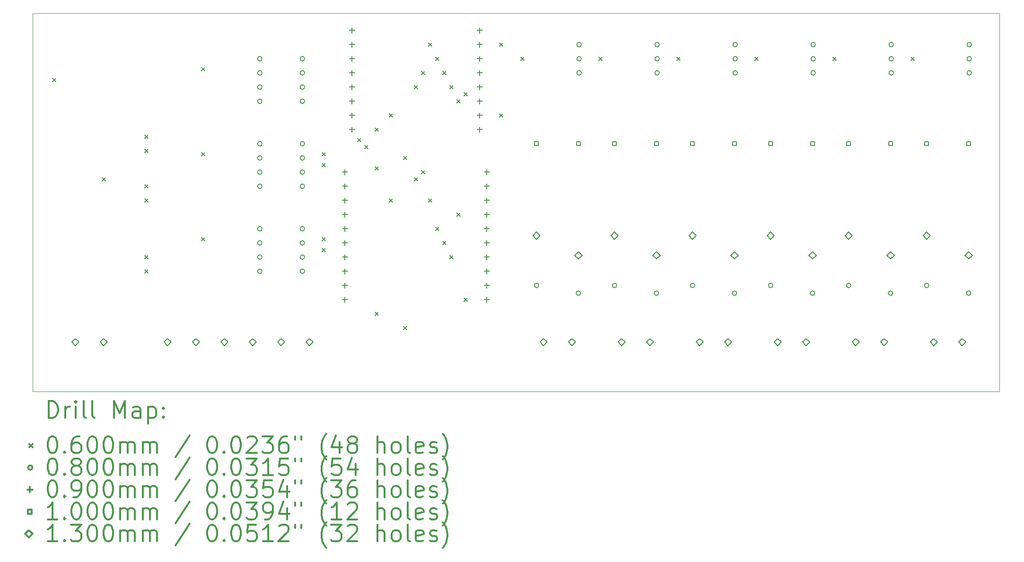
<source format=gbr>
%FSLAX45Y45*%
G04 Gerber Fmt 4.5, Leading zero omitted, Abs format (unit mm)*
G04 Created by KiCad (PCBNEW (5.1.10)-1) date 2021-10-04 14:19:28*
%MOMM*%
%LPD*%
G01*
G04 APERTURE LIST*
%TA.AperFunction,Profile*%
%ADD10C,0.100000*%
%TD*%
%ADD11C,0.200000*%
%ADD12C,0.300000*%
G04 APERTURE END LIST*
D10*
X23777000Y-13208000D02*
X23777000Y-6428000D01*
X23777000Y-6428000D02*
X6477000Y-6428000D01*
X6477000Y-13208000D02*
X23777000Y-13208000D01*
X6477000Y-6428000D02*
X6477000Y-13208000D01*
D11*
X6828000Y-7590000D02*
X6888000Y-7650000D01*
X6888000Y-7590000D02*
X6828000Y-7650000D01*
X7717000Y-9368000D02*
X7777000Y-9428000D01*
X7777000Y-9368000D02*
X7717000Y-9428000D01*
X8479000Y-8606000D02*
X8539000Y-8666000D01*
X8539000Y-8606000D02*
X8479000Y-8666000D01*
X8479000Y-8860000D02*
X8539000Y-8920000D01*
X8539000Y-8860000D02*
X8479000Y-8920000D01*
X8479000Y-9495000D02*
X8539000Y-9555000D01*
X8539000Y-9495000D02*
X8479000Y-9555000D01*
X8479000Y-9749000D02*
X8539000Y-9809000D01*
X8539000Y-9749000D02*
X8479000Y-9809000D01*
X8479000Y-10765000D02*
X8539000Y-10825000D01*
X8539000Y-10765000D02*
X8479000Y-10825000D01*
X8479000Y-11019000D02*
X8539000Y-11079000D01*
X8539000Y-11019000D02*
X8479000Y-11079000D01*
X9495000Y-7399500D02*
X9555000Y-7459500D01*
X9555000Y-7399500D02*
X9495000Y-7459500D01*
X9495000Y-8923500D02*
X9555000Y-8983500D01*
X9555000Y-8923500D02*
X9495000Y-8983500D01*
X9495000Y-10447500D02*
X9555000Y-10507500D01*
X9555000Y-10447500D02*
X9495000Y-10507500D01*
X11654000Y-8923500D02*
X11714000Y-8983500D01*
X11714000Y-8923500D02*
X11654000Y-8983500D01*
X11654000Y-9114000D02*
X11714000Y-9174000D01*
X11714000Y-9114000D02*
X11654000Y-9174000D01*
X11654000Y-10447500D02*
X11714000Y-10507500D01*
X11714000Y-10447500D02*
X11654000Y-10507500D01*
X11654000Y-10638000D02*
X11714000Y-10698000D01*
X11714000Y-10638000D02*
X11654000Y-10698000D01*
X12289000Y-8669500D02*
X12349000Y-8729500D01*
X12349000Y-8669500D02*
X12289000Y-8729500D01*
X12416000Y-8796500D02*
X12476000Y-8856500D01*
X12476000Y-8796500D02*
X12416000Y-8856500D01*
X12606500Y-8479000D02*
X12666500Y-8539000D01*
X12666500Y-8479000D02*
X12606500Y-8539000D01*
X12606500Y-9177500D02*
X12666500Y-9237500D01*
X12666500Y-9177500D02*
X12606500Y-9237500D01*
X12606500Y-11781000D02*
X12666500Y-11841000D01*
X12666500Y-11781000D02*
X12606500Y-11841000D01*
X12860500Y-8225000D02*
X12920500Y-8285000D01*
X12920500Y-8225000D02*
X12860500Y-8285000D01*
X12860500Y-9749000D02*
X12920500Y-9809000D01*
X12920500Y-9749000D02*
X12860500Y-9809000D01*
X13114500Y-8987000D02*
X13174500Y-9047000D01*
X13174500Y-8987000D02*
X13114500Y-9047000D01*
X13114500Y-12035000D02*
X13174500Y-12095000D01*
X13174500Y-12035000D02*
X13114500Y-12095000D01*
X13305000Y-7717000D02*
X13365000Y-7777000D01*
X13365000Y-7717000D02*
X13305000Y-7777000D01*
X13305000Y-9368000D02*
X13365000Y-9428000D01*
X13365000Y-9368000D02*
X13305000Y-9428000D01*
X13432000Y-7463000D02*
X13492000Y-7523000D01*
X13492000Y-7463000D02*
X13432000Y-7523000D01*
X13432000Y-9241000D02*
X13492000Y-9301000D01*
X13492000Y-9241000D02*
X13432000Y-9301000D01*
X13559000Y-6955000D02*
X13619000Y-7015000D01*
X13619000Y-6955000D02*
X13559000Y-7015000D01*
X13559000Y-9749000D02*
X13619000Y-9809000D01*
X13619000Y-9749000D02*
X13559000Y-9809000D01*
X13686000Y-7209000D02*
X13746000Y-7269000D01*
X13746000Y-7209000D02*
X13686000Y-7269000D01*
X13686000Y-10257000D02*
X13746000Y-10317000D01*
X13746000Y-10257000D02*
X13686000Y-10317000D01*
X13813000Y-7463000D02*
X13873000Y-7523000D01*
X13873000Y-7463000D02*
X13813000Y-7523000D01*
X13813000Y-10511000D02*
X13873000Y-10571000D01*
X13873000Y-10511000D02*
X13813000Y-10571000D01*
X13940000Y-7717000D02*
X14000000Y-7777000D01*
X14000000Y-7717000D02*
X13940000Y-7777000D01*
X13940000Y-10765000D02*
X14000000Y-10825000D01*
X14000000Y-10765000D02*
X13940000Y-10825000D01*
X14067000Y-7971000D02*
X14127000Y-8031000D01*
X14127000Y-7971000D02*
X14067000Y-8031000D01*
X14067000Y-10003000D02*
X14127000Y-10063000D01*
X14127000Y-10003000D02*
X14067000Y-10063000D01*
X14194000Y-7844000D02*
X14254000Y-7904000D01*
X14254000Y-7844000D02*
X14194000Y-7904000D01*
X14194000Y-11527000D02*
X14254000Y-11587000D01*
X14254000Y-11527000D02*
X14194000Y-11587000D01*
X14829000Y-6955000D02*
X14889000Y-7015000D01*
X14889000Y-6955000D02*
X14829000Y-7015000D01*
X14829000Y-8225000D02*
X14889000Y-8285000D01*
X14889000Y-8225000D02*
X14829000Y-8285000D01*
X15210000Y-7209000D02*
X15270000Y-7269000D01*
X15270000Y-7209000D02*
X15210000Y-7269000D01*
X16607000Y-7209000D02*
X16667000Y-7269000D01*
X16667000Y-7209000D02*
X16607000Y-7269000D01*
X18004000Y-7209000D02*
X18064000Y-7269000D01*
X18064000Y-7209000D02*
X18004000Y-7269000D01*
X19401000Y-7209000D02*
X19461000Y-7269000D01*
X19461000Y-7209000D02*
X19401000Y-7269000D01*
X20798000Y-7209000D02*
X20858000Y-7269000D01*
X20858000Y-7209000D02*
X20798000Y-7269000D01*
X22195000Y-7209000D02*
X22255000Y-7269000D01*
X22255000Y-7209000D02*
X22195000Y-7269000D01*
X10581000Y-7239000D02*
G75*
G03*
X10581000Y-7239000I-40000J0D01*
G01*
X10581000Y-7493000D02*
G75*
G03*
X10581000Y-7493000I-40000J0D01*
G01*
X10581000Y-7747000D02*
G75*
G03*
X10581000Y-7747000I-40000J0D01*
G01*
X10581000Y-8001000D02*
G75*
G03*
X10581000Y-8001000I-40000J0D01*
G01*
X10581000Y-8763000D02*
G75*
G03*
X10581000Y-8763000I-40000J0D01*
G01*
X10581000Y-9017000D02*
G75*
G03*
X10581000Y-9017000I-40000J0D01*
G01*
X10581000Y-9271000D02*
G75*
G03*
X10581000Y-9271000I-40000J0D01*
G01*
X10581000Y-9525000D02*
G75*
G03*
X10581000Y-9525000I-40000J0D01*
G01*
X10581000Y-10287000D02*
G75*
G03*
X10581000Y-10287000I-40000J0D01*
G01*
X10581000Y-10541000D02*
G75*
G03*
X10581000Y-10541000I-40000J0D01*
G01*
X10581000Y-10795000D02*
G75*
G03*
X10581000Y-10795000I-40000J0D01*
G01*
X10581000Y-11049000D02*
G75*
G03*
X10581000Y-11049000I-40000J0D01*
G01*
X11343000Y-7239000D02*
G75*
G03*
X11343000Y-7239000I-40000J0D01*
G01*
X11343000Y-7493000D02*
G75*
G03*
X11343000Y-7493000I-40000J0D01*
G01*
X11343000Y-7747000D02*
G75*
G03*
X11343000Y-7747000I-40000J0D01*
G01*
X11343000Y-8001000D02*
G75*
G03*
X11343000Y-8001000I-40000J0D01*
G01*
X11343000Y-8763000D02*
G75*
G03*
X11343000Y-8763000I-40000J0D01*
G01*
X11343000Y-9017000D02*
G75*
G03*
X11343000Y-9017000I-40000J0D01*
G01*
X11343000Y-9271000D02*
G75*
G03*
X11343000Y-9271000I-40000J0D01*
G01*
X11343000Y-9525000D02*
G75*
G03*
X11343000Y-9525000I-40000J0D01*
G01*
X11343000Y-10287000D02*
G75*
G03*
X11343000Y-10287000I-40000J0D01*
G01*
X11343000Y-10541000D02*
G75*
G03*
X11343000Y-10541000I-40000J0D01*
G01*
X11343000Y-10795000D02*
G75*
G03*
X11343000Y-10795000I-40000J0D01*
G01*
X11343000Y-11049000D02*
G75*
G03*
X11343000Y-11049000I-40000J0D01*
G01*
X15534000Y-11303000D02*
G75*
G03*
X15534000Y-11303000I-40000J0D01*
G01*
X16284000Y-11443000D02*
G75*
G03*
X16284000Y-11443000I-40000J0D01*
G01*
X16296000Y-6985000D02*
G75*
G03*
X16296000Y-6985000I-40000J0D01*
G01*
X16296000Y-7239000D02*
G75*
G03*
X16296000Y-7239000I-40000J0D01*
G01*
X16296000Y-7493000D02*
G75*
G03*
X16296000Y-7493000I-40000J0D01*
G01*
X16931000Y-11303000D02*
G75*
G03*
X16931000Y-11303000I-40000J0D01*
G01*
X17681000Y-11443000D02*
G75*
G03*
X17681000Y-11443000I-40000J0D01*
G01*
X17693000Y-6985000D02*
G75*
G03*
X17693000Y-6985000I-40000J0D01*
G01*
X17693000Y-7239000D02*
G75*
G03*
X17693000Y-7239000I-40000J0D01*
G01*
X17693000Y-7493000D02*
G75*
G03*
X17693000Y-7493000I-40000J0D01*
G01*
X18328000Y-11303000D02*
G75*
G03*
X18328000Y-11303000I-40000J0D01*
G01*
X19078000Y-11443000D02*
G75*
G03*
X19078000Y-11443000I-40000J0D01*
G01*
X19090000Y-6985000D02*
G75*
G03*
X19090000Y-6985000I-40000J0D01*
G01*
X19090000Y-7239000D02*
G75*
G03*
X19090000Y-7239000I-40000J0D01*
G01*
X19090000Y-7493000D02*
G75*
G03*
X19090000Y-7493000I-40000J0D01*
G01*
X19725000Y-11303000D02*
G75*
G03*
X19725000Y-11303000I-40000J0D01*
G01*
X20475000Y-11443000D02*
G75*
G03*
X20475000Y-11443000I-40000J0D01*
G01*
X20487000Y-6985000D02*
G75*
G03*
X20487000Y-6985000I-40000J0D01*
G01*
X20487000Y-7239000D02*
G75*
G03*
X20487000Y-7239000I-40000J0D01*
G01*
X20487000Y-7493000D02*
G75*
G03*
X20487000Y-7493000I-40000J0D01*
G01*
X21122000Y-11303000D02*
G75*
G03*
X21122000Y-11303000I-40000J0D01*
G01*
X21872000Y-11443000D02*
G75*
G03*
X21872000Y-11443000I-40000J0D01*
G01*
X21884000Y-6985000D02*
G75*
G03*
X21884000Y-6985000I-40000J0D01*
G01*
X21884000Y-7239000D02*
G75*
G03*
X21884000Y-7239000I-40000J0D01*
G01*
X21884000Y-7493000D02*
G75*
G03*
X21884000Y-7493000I-40000J0D01*
G01*
X22519000Y-11303000D02*
G75*
G03*
X22519000Y-11303000I-40000J0D01*
G01*
X23269000Y-11443000D02*
G75*
G03*
X23269000Y-11443000I-40000J0D01*
G01*
X23281000Y-6985000D02*
G75*
G03*
X23281000Y-6985000I-40000J0D01*
G01*
X23281000Y-7239000D02*
G75*
G03*
X23281000Y-7239000I-40000J0D01*
G01*
X23281000Y-7493000D02*
G75*
G03*
X23281000Y-7493000I-40000J0D01*
G01*
X12065000Y-9226000D02*
X12065000Y-9316000D01*
X12020000Y-9271000D02*
X12110000Y-9271000D01*
X12065000Y-9480000D02*
X12065000Y-9570000D01*
X12020000Y-9525000D02*
X12110000Y-9525000D01*
X12065000Y-9734000D02*
X12065000Y-9824000D01*
X12020000Y-9779000D02*
X12110000Y-9779000D01*
X12065000Y-9988000D02*
X12065000Y-10078000D01*
X12020000Y-10033000D02*
X12110000Y-10033000D01*
X12065000Y-10242000D02*
X12065000Y-10332000D01*
X12020000Y-10287000D02*
X12110000Y-10287000D01*
X12065000Y-10496000D02*
X12065000Y-10586000D01*
X12020000Y-10541000D02*
X12110000Y-10541000D01*
X12065000Y-10750000D02*
X12065000Y-10840000D01*
X12020000Y-10795000D02*
X12110000Y-10795000D01*
X12065000Y-11004000D02*
X12065000Y-11094000D01*
X12020000Y-11049000D02*
X12110000Y-11049000D01*
X12065000Y-11258000D02*
X12065000Y-11348000D01*
X12020000Y-11303000D02*
X12110000Y-11303000D01*
X12065000Y-11512000D02*
X12065000Y-11602000D01*
X12020000Y-11557000D02*
X12110000Y-11557000D01*
X12192000Y-6686000D02*
X12192000Y-6776000D01*
X12147000Y-6731000D02*
X12237000Y-6731000D01*
X12192000Y-6940000D02*
X12192000Y-7030000D01*
X12147000Y-6985000D02*
X12237000Y-6985000D01*
X12192000Y-7194000D02*
X12192000Y-7284000D01*
X12147000Y-7239000D02*
X12237000Y-7239000D01*
X12192000Y-7448000D02*
X12192000Y-7538000D01*
X12147000Y-7493000D02*
X12237000Y-7493000D01*
X12192000Y-7702000D02*
X12192000Y-7792000D01*
X12147000Y-7747000D02*
X12237000Y-7747000D01*
X12192000Y-7956000D02*
X12192000Y-8046000D01*
X12147000Y-8001000D02*
X12237000Y-8001000D01*
X12192000Y-8210000D02*
X12192000Y-8300000D01*
X12147000Y-8255000D02*
X12237000Y-8255000D01*
X12192000Y-8464000D02*
X12192000Y-8554000D01*
X12147000Y-8509000D02*
X12237000Y-8509000D01*
X14478000Y-6686000D02*
X14478000Y-6776000D01*
X14433000Y-6731000D02*
X14523000Y-6731000D01*
X14478000Y-6940000D02*
X14478000Y-7030000D01*
X14433000Y-6985000D02*
X14523000Y-6985000D01*
X14478000Y-7194000D02*
X14478000Y-7284000D01*
X14433000Y-7239000D02*
X14523000Y-7239000D01*
X14478000Y-7448000D02*
X14478000Y-7538000D01*
X14433000Y-7493000D02*
X14523000Y-7493000D01*
X14478000Y-7702000D02*
X14478000Y-7792000D01*
X14433000Y-7747000D02*
X14523000Y-7747000D01*
X14478000Y-7956000D02*
X14478000Y-8046000D01*
X14433000Y-8001000D02*
X14523000Y-8001000D01*
X14478000Y-8210000D02*
X14478000Y-8300000D01*
X14433000Y-8255000D02*
X14523000Y-8255000D01*
X14478000Y-8464000D02*
X14478000Y-8554000D01*
X14433000Y-8509000D02*
X14523000Y-8509000D01*
X14605000Y-9226000D02*
X14605000Y-9316000D01*
X14560000Y-9271000D02*
X14650000Y-9271000D01*
X14605000Y-9480000D02*
X14605000Y-9570000D01*
X14560000Y-9525000D02*
X14650000Y-9525000D01*
X14605000Y-9734000D02*
X14605000Y-9824000D01*
X14560000Y-9779000D02*
X14650000Y-9779000D01*
X14605000Y-9988000D02*
X14605000Y-10078000D01*
X14560000Y-10033000D02*
X14650000Y-10033000D01*
X14605000Y-10242000D02*
X14605000Y-10332000D01*
X14560000Y-10287000D02*
X14650000Y-10287000D01*
X14605000Y-10496000D02*
X14605000Y-10586000D01*
X14560000Y-10541000D02*
X14650000Y-10541000D01*
X14605000Y-10750000D02*
X14605000Y-10840000D01*
X14560000Y-10795000D02*
X14650000Y-10795000D01*
X14605000Y-11004000D02*
X14605000Y-11094000D01*
X14560000Y-11049000D02*
X14650000Y-11049000D01*
X14605000Y-11258000D02*
X14605000Y-11348000D01*
X14560000Y-11303000D02*
X14650000Y-11303000D01*
X14605000Y-11512000D02*
X14605000Y-11602000D01*
X14560000Y-11557000D02*
X14650000Y-11557000D01*
X15529356Y-8798356D02*
X15529356Y-8727644D01*
X15458644Y-8727644D01*
X15458644Y-8798356D01*
X15529356Y-8798356D01*
X16279356Y-8798356D02*
X16279356Y-8727644D01*
X16208644Y-8727644D01*
X16208644Y-8798356D01*
X16279356Y-8798356D01*
X16926356Y-8798356D02*
X16926356Y-8727644D01*
X16855644Y-8727644D01*
X16855644Y-8798356D01*
X16926356Y-8798356D01*
X17676356Y-8798356D02*
X17676356Y-8727644D01*
X17605644Y-8727644D01*
X17605644Y-8798356D01*
X17676356Y-8798356D01*
X18323356Y-8798356D02*
X18323356Y-8727644D01*
X18252644Y-8727644D01*
X18252644Y-8798356D01*
X18323356Y-8798356D01*
X19073356Y-8798356D02*
X19073356Y-8727644D01*
X19002644Y-8727644D01*
X19002644Y-8798356D01*
X19073356Y-8798356D01*
X19720356Y-8798356D02*
X19720356Y-8727644D01*
X19649644Y-8727644D01*
X19649644Y-8798356D01*
X19720356Y-8798356D01*
X20470356Y-8798356D02*
X20470356Y-8727644D01*
X20399644Y-8727644D01*
X20399644Y-8798356D01*
X20470356Y-8798356D01*
X21117356Y-8798356D02*
X21117356Y-8727644D01*
X21046644Y-8727644D01*
X21046644Y-8798356D01*
X21117356Y-8798356D01*
X21867356Y-8798356D02*
X21867356Y-8727644D01*
X21796644Y-8727644D01*
X21796644Y-8798356D01*
X21867356Y-8798356D01*
X22514356Y-8798356D02*
X22514356Y-8727644D01*
X22443644Y-8727644D01*
X22443644Y-8798356D01*
X22514356Y-8798356D01*
X23264356Y-8798356D02*
X23264356Y-8727644D01*
X23193644Y-8727644D01*
X23193644Y-8798356D01*
X23264356Y-8798356D01*
X7239000Y-12384000D02*
X7304000Y-12319000D01*
X7239000Y-12254000D01*
X7174000Y-12319000D01*
X7239000Y-12384000D01*
X7747000Y-12384000D02*
X7812000Y-12319000D01*
X7747000Y-12254000D01*
X7682000Y-12319000D01*
X7747000Y-12384000D01*
X8890000Y-12384000D02*
X8955000Y-12319000D01*
X8890000Y-12254000D01*
X8825000Y-12319000D01*
X8890000Y-12384000D01*
X9398000Y-12384000D02*
X9463000Y-12319000D01*
X9398000Y-12254000D01*
X9333000Y-12319000D01*
X9398000Y-12384000D01*
X9906000Y-12384000D02*
X9971000Y-12319000D01*
X9906000Y-12254000D01*
X9841000Y-12319000D01*
X9906000Y-12384000D01*
X10414000Y-12384000D02*
X10479000Y-12319000D01*
X10414000Y-12254000D01*
X10349000Y-12319000D01*
X10414000Y-12384000D01*
X10922000Y-12384000D02*
X10987000Y-12319000D01*
X10922000Y-12254000D01*
X10857000Y-12319000D01*
X10922000Y-12384000D01*
X11430000Y-12384000D02*
X11495000Y-12319000D01*
X11430000Y-12254000D01*
X11365000Y-12319000D01*
X11430000Y-12384000D01*
X15494000Y-10478000D02*
X15559000Y-10413000D01*
X15494000Y-10348000D01*
X15429000Y-10413000D01*
X15494000Y-10478000D01*
X15621000Y-12384000D02*
X15686000Y-12319000D01*
X15621000Y-12254000D01*
X15556000Y-12319000D01*
X15621000Y-12384000D01*
X16129000Y-12384000D02*
X16194000Y-12319000D01*
X16129000Y-12254000D01*
X16064000Y-12319000D01*
X16129000Y-12384000D01*
X16244000Y-10828000D02*
X16309000Y-10763000D01*
X16244000Y-10698000D01*
X16179000Y-10763000D01*
X16244000Y-10828000D01*
X16891000Y-10478000D02*
X16956000Y-10413000D01*
X16891000Y-10348000D01*
X16826000Y-10413000D01*
X16891000Y-10478000D01*
X17018000Y-12384000D02*
X17083000Y-12319000D01*
X17018000Y-12254000D01*
X16953000Y-12319000D01*
X17018000Y-12384000D01*
X17526000Y-12384000D02*
X17591000Y-12319000D01*
X17526000Y-12254000D01*
X17461000Y-12319000D01*
X17526000Y-12384000D01*
X17641000Y-10828000D02*
X17706000Y-10763000D01*
X17641000Y-10698000D01*
X17576000Y-10763000D01*
X17641000Y-10828000D01*
X18288000Y-10478000D02*
X18353000Y-10413000D01*
X18288000Y-10348000D01*
X18223000Y-10413000D01*
X18288000Y-10478000D01*
X18415000Y-12384000D02*
X18480000Y-12319000D01*
X18415000Y-12254000D01*
X18350000Y-12319000D01*
X18415000Y-12384000D01*
X18923000Y-12384000D02*
X18988000Y-12319000D01*
X18923000Y-12254000D01*
X18858000Y-12319000D01*
X18923000Y-12384000D01*
X19038000Y-10828000D02*
X19103000Y-10763000D01*
X19038000Y-10698000D01*
X18973000Y-10763000D01*
X19038000Y-10828000D01*
X19685000Y-10478000D02*
X19750000Y-10413000D01*
X19685000Y-10348000D01*
X19620000Y-10413000D01*
X19685000Y-10478000D01*
X19812000Y-12384000D02*
X19877000Y-12319000D01*
X19812000Y-12254000D01*
X19747000Y-12319000D01*
X19812000Y-12384000D01*
X20320000Y-12384000D02*
X20385000Y-12319000D01*
X20320000Y-12254000D01*
X20255000Y-12319000D01*
X20320000Y-12384000D01*
X20435000Y-10828000D02*
X20500000Y-10763000D01*
X20435000Y-10698000D01*
X20370000Y-10763000D01*
X20435000Y-10828000D01*
X21082000Y-10478000D02*
X21147000Y-10413000D01*
X21082000Y-10348000D01*
X21017000Y-10413000D01*
X21082000Y-10478000D01*
X21209000Y-12384000D02*
X21274000Y-12319000D01*
X21209000Y-12254000D01*
X21144000Y-12319000D01*
X21209000Y-12384000D01*
X21717000Y-12384000D02*
X21782000Y-12319000D01*
X21717000Y-12254000D01*
X21652000Y-12319000D01*
X21717000Y-12384000D01*
X21832000Y-10828000D02*
X21897000Y-10763000D01*
X21832000Y-10698000D01*
X21767000Y-10763000D01*
X21832000Y-10828000D01*
X22479000Y-10478000D02*
X22544000Y-10413000D01*
X22479000Y-10348000D01*
X22414000Y-10413000D01*
X22479000Y-10478000D01*
X22606000Y-12384000D02*
X22671000Y-12319000D01*
X22606000Y-12254000D01*
X22541000Y-12319000D01*
X22606000Y-12384000D01*
X23114000Y-12384000D02*
X23179000Y-12319000D01*
X23114000Y-12254000D01*
X23049000Y-12319000D01*
X23114000Y-12384000D01*
X23229000Y-10828000D02*
X23294000Y-10763000D01*
X23229000Y-10698000D01*
X23164000Y-10763000D01*
X23229000Y-10828000D01*
D12*
X6758428Y-13678714D02*
X6758428Y-13378714D01*
X6829857Y-13378714D01*
X6872714Y-13393000D01*
X6901286Y-13421571D01*
X6915571Y-13450143D01*
X6929857Y-13507286D01*
X6929857Y-13550143D01*
X6915571Y-13607286D01*
X6901286Y-13635857D01*
X6872714Y-13664429D01*
X6829857Y-13678714D01*
X6758428Y-13678714D01*
X7058428Y-13678714D02*
X7058428Y-13478714D01*
X7058428Y-13535857D02*
X7072714Y-13507286D01*
X7087000Y-13493000D01*
X7115571Y-13478714D01*
X7144143Y-13478714D01*
X7244143Y-13678714D02*
X7244143Y-13478714D01*
X7244143Y-13378714D02*
X7229857Y-13393000D01*
X7244143Y-13407286D01*
X7258428Y-13393000D01*
X7244143Y-13378714D01*
X7244143Y-13407286D01*
X7429857Y-13678714D02*
X7401286Y-13664429D01*
X7387000Y-13635857D01*
X7387000Y-13378714D01*
X7587000Y-13678714D02*
X7558428Y-13664429D01*
X7544143Y-13635857D01*
X7544143Y-13378714D01*
X7929857Y-13678714D02*
X7929857Y-13378714D01*
X8029857Y-13593000D01*
X8129857Y-13378714D01*
X8129857Y-13678714D01*
X8401286Y-13678714D02*
X8401286Y-13521571D01*
X8387000Y-13493000D01*
X8358428Y-13478714D01*
X8301286Y-13478714D01*
X8272714Y-13493000D01*
X8401286Y-13664429D02*
X8372714Y-13678714D01*
X8301286Y-13678714D01*
X8272714Y-13664429D01*
X8258428Y-13635857D01*
X8258428Y-13607286D01*
X8272714Y-13578714D01*
X8301286Y-13564429D01*
X8372714Y-13564429D01*
X8401286Y-13550143D01*
X8544143Y-13478714D02*
X8544143Y-13778714D01*
X8544143Y-13493000D02*
X8572714Y-13478714D01*
X8629857Y-13478714D01*
X8658428Y-13493000D01*
X8672714Y-13507286D01*
X8687000Y-13535857D01*
X8687000Y-13621571D01*
X8672714Y-13650143D01*
X8658428Y-13664429D01*
X8629857Y-13678714D01*
X8572714Y-13678714D01*
X8544143Y-13664429D01*
X8815571Y-13650143D02*
X8829857Y-13664429D01*
X8815571Y-13678714D01*
X8801286Y-13664429D01*
X8815571Y-13650143D01*
X8815571Y-13678714D01*
X8815571Y-13493000D02*
X8829857Y-13507286D01*
X8815571Y-13521571D01*
X8801286Y-13507286D01*
X8815571Y-13493000D01*
X8815571Y-13521571D01*
X6412000Y-14143000D02*
X6472000Y-14203000D01*
X6472000Y-14143000D02*
X6412000Y-14203000D01*
X6815571Y-14008714D02*
X6844143Y-14008714D01*
X6872714Y-14023000D01*
X6887000Y-14037286D01*
X6901286Y-14065857D01*
X6915571Y-14123000D01*
X6915571Y-14194429D01*
X6901286Y-14251571D01*
X6887000Y-14280143D01*
X6872714Y-14294429D01*
X6844143Y-14308714D01*
X6815571Y-14308714D01*
X6787000Y-14294429D01*
X6772714Y-14280143D01*
X6758428Y-14251571D01*
X6744143Y-14194429D01*
X6744143Y-14123000D01*
X6758428Y-14065857D01*
X6772714Y-14037286D01*
X6787000Y-14023000D01*
X6815571Y-14008714D01*
X7044143Y-14280143D02*
X7058428Y-14294429D01*
X7044143Y-14308714D01*
X7029857Y-14294429D01*
X7044143Y-14280143D01*
X7044143Y-14308714D01*
X7315571Y-14008714D02*
X7258428Y-14008714D01*
X7229857Y-14023000D01*
X7215571Y-14037286D01*
X7187000Y-14080143D01*
X7172714Y-14137286D01*
X7172714Y-14251571D01*
X7187000Y-14280143D01*
X7201286Y-14294429D01*
X7229857Y-14308714D01*
X7287000Y-14308714D01*
X7315571Y-14294429D01*
X7329857Y-14280143D01*
X7344143Y-14251571D01*
X7344143Y-14180143D01*
X7329857Y-14151571D01*
X7315571Y-14137286D01*
X7287000Y-14123000D01*
X7229857Y-14123000D01*
X7201286Y-14137286D01*
X7187000Y-14151571D01*
X7172714Y-14180143D01*
X7529857Y-14008714D02*
X7558428Y-14008714D01*
X7587000Y-14023000D01*
X7601286Y-14037286D01*
X7615571Y-14065857D01*
X7629857Y-14123000D01*
X7629857Y-14194429D01*
X7615571Y-14251571D01*
X7601286Y-14280143D01*
X7587000Y-14294429D01*
X7558428Y-14308714D01*
X7529857Y-14308714D01*
X7501286Y-14294429D01*
X7487000Y-14280143D01*
X7472714Y-14251571D01*
X7458428Y-14194429D01*
X7458428Y-14123000D01*
X7472714Y-14065857D01*
X7487000Y-14037286D01*
X7501286Y-14023000D01*
X7529857Y-14008714D01*
X7815571Y-14008714D02*
X7844143Y-14008714D01*
X7872714Y-14023000D01*
X7887000Y-14037286D01*
X7901286Y-14065857D01*
X7915571Y-14123000D01*
X7915571Y-14194429D01*
X7901286Y-14251571D01*
X7887000Y-14280143D01*
X7872714Y-14294429D01*
X7844143Y-14308714D01*
X7815571Y-14308714D01*
X7787000Y-14294429D01*
X7772714Y-14280143D01*
X7758428Y-14251571D01*
X7744143Y-14194429D01*
X7744143Y-14123000D01*
X7758428Y-14065857D01*
X7772714Y-14037286D01*
X7787000Y-14023000D01*
X7815571Y-14008714D01*
X8044143Y-14308714D02*
X8044143Y-14108714D01*
X8044143Y-14137286D02*
X8058428Y-14123000D01*
X8087000Y-14108714D01*
X8129857Y-14108714D01*
X8158428Y-14123000D01*
X8172714Y-14151571D01*
X8172714Y-14308714D01*
X8172714Y-14151571D02*
X8187000Y-14123000D01*
X8215571Y-14108714D01*
X8258428Y-14108714D01*
X8287000Y-14123000D01*
X8301286Y-14151571D01*
X8301286Y-14308714D01*
X8444143Y-14308714D02*
X8444143Y-14108714D01*
X8444143Y-14137286D02*
X8458428Y-14123000D01*
X8487000Y-14108714D01*
X8529857Y-14108714D01*
X8558428Y-14123000D01*
X8572714Y-14151571D01*
X8572714Y-14308714D01*
X8572714Y-14151571D02*
X8587000Y-14123000D01*
X8615571Y-14108714D01*
X8658428Y-14108714D01*
X8687000Y-14123000D01*
X8701286Y-14151571D01*
X8701286Y-14308714D01*
X9287000Y-13994429D02*
X9029857Y-14380143D01*
X9672714Y-14008714D02*
X9701286Y-14008714D01*
X9729857Y-14023000D01*
X9744143Y-14037286D01*
X9758428Y-14065857D01*
X9772714Y-14123000D01*
X9772714Y-14194429D01*
X9758428Y-14251571D01*
X9744143Y-14280143D01*
X9729857Y-14294429D01*
X9701286Y-14308714D01*
X9672714Y-14308714D01*
X9644143Y-14294429D01*
X9629857Y-14280143D01*
X9615571Y-14251571D01*
X9601286Y-14194429D01*
X9601286Y-14123000D01*
X9615571Y-14065857D01*
X9629857Y-14037286D01*
X9644143Y-14023000D01*
X9672714Y-14008714D01*
X9901286Y-14280143D02*
X9915571Y-14294429D01*
X9901286Y-14308714D01*
X9887000Y-14294429D01*
X9901286Y-14280143D01*
X9901286Y-14308714D01*
X10101286Y-14008714D02*
X10129857Y-14008714D01*
X10158428Y-14023000D01*
X10172714Y-14037286D01*
X10187000Y-14065857D01*
X10201286Y-14123000D01*
X10201286Y-14194429D01*
X10187000Y-14251571D01*
X10172714Y-14280143D01*
X10158428Y-14294429D01*
X10129857Y-14308714D01*
X10101286Y-14308714D01*
X10072714Y-14294429D01*
X10058428Y-14280143D01*
X10044143Y-14251571D01*
X10029857Y-14194429D01*
X10029857Y-14123000D01*
X10044143Y-14065857D01*
X10058428Y-14037286D01*
X10072714Y-14023000D01*
X10101286Y-14008714D01*
X10315571Y-14037286D02*
X10329857Y-14023000D01*
X10358428Y-14008714D01*
X10429857Y-14008714D01*
X10458428Y-14023000D01*
X10472714Y-14037286D01*
X10487000Y-14065857D01*
X10487000Y-14094429D01*
X10472714Y-14137286D01*
X10301286Y-14308714D01*
X10487000Y-14308714D01*
X10587000Y-14008714D02*
X10772714Y-14008714D01*
X10672714Y-14123000D01*
X10715571Y-14123000D01*
X10744143Y-14137286D01*
X10758428Y-14151571D01*
X10772714Y-14180143D01*
X10772714Y-14251571D01*
X10758428Y-14280143D01*
X10744143Y-14294429D01*
X10715571Y-14308714D01*
X10629857Y-14308714D01*
X10601286Y-14294429D01*
X10587000Y-14280143D01*
X11029857Y-14008714D02*
X10972714Y-14008714D01*
X10944143Y-14023000D01*
X10929857Y-14037286D01*
X10901286Y-14080143D01*
X10887000Y-14137286D01*
X10887000Y-14251571D01*
X10901286Y-14280143D01*
X10915571Y-14294429D01*
X10944143Y-14308714D01*
X11001286Y-14308714D01*
X11029857Y-14294429D01*
X11044143Y-14280143D01*
X11058428Y-14251571D01*
X11058428Y-14180143D01*
X11044143Y-14151571D01*
X11029857Y-14137286D01*
X11001286Y-14123000D01*
X10944143Y-14123000D01*
X10915571Y-14137286D01*
X10901286Y-14151571D01*
X10887000Y-14180143D01*
X11172714Y-14008714D02*
X11172714Y-14065857D01*
X11287000Y-14008714D02*
X11287000Y-14065857D01*
X11729857Y-14423000D02*
X11715571Y-14408714D01*
X11687000Y-14365857D01*
X11672714Y-14337286D01*
X11658428Y-14294429D01*
X11644143Y-14223000D01*
X11644143Y-14165857D01*
X11658428Y-14094429D01*
X11672714Y-14051571D01*
X11687000Y-14023000D01*
X11715571Y-13980143D01*
X11729857Y-13965857D01*
X11972714Y-14108714D02*
X11972714Y-14308714D01*
X11901286Y-13994429D02*
X11829857Y-14208714D01*
X12015571Y-14208714D01*
X12172714Y-14137286D02*
X12144143Y-14123000D01*
X12129857Y-14108714D01*
X12115571Y-14080143D01*
X12115571Y-14065857D01*
X12129857Y-14037286D01*
X12144143Y-14023000D01*
X12172714Y-14008714D01*
X12229857Y-14008714D01*
X12258428Y-14023000D01*
X12272714Y-14037286D01*
X12287000Y-14065857D01*
X12287000Y-14080143D01*
X12272714Y-14108714D01*
X12258428Y-14123000D01*
X12229857Y-14137286D01*
X12172714Y-14137286D01*
X12144143Y-14151571D01*
X12129857Y-14165857D01*
X12115571Y-14194429D01*
X12115571Y-14251571D01*
X12129857Y-14280143D01*
X12144143Y-14294429D01*
X12172714Y-14308714D01*
X12229857Y-14308714D01*
X12258428Y-14294429D01*
X12272714Y-14280143D01*
X12287000Y-14251571D01*
X12287000Y-14194429D01*
X12272714Y-14165857D01*
X12258428Y-14151571D01*
X12229857Y-14137286D01*
X12644143Y-14308714D02*
X12644143Y-14008714D01*
X12772714Y-14308714D02*
X12772714Y-14151571D01*
X12758428Y-14123000D01*
X12729857Y-14108714D01*
X12687000Y-14108714D01*
X12658428Y-14123000D01*
X12644143Y-14137286D01*
X12958428Y-14308714D02*
X12929857Y-14294429D01*
X12915571Y-14280143D01*
X12901286Y-14251571D01*
X12901286Y-14165857D01*
X12915571Y-14137286D01*
X12929857Y-14123000D01*
X12958428Y-14108714D01*
X13001286Y-14108714D01*
X13029857Y-14123000D01*
X13044143Y-14137286D01*
X13058428Y-14165857D01*
X13058428Y-14251571D01*
X13044143Y-14280143D01*
X13029857Y-14294429D01*
X13001286Y-14308714D01*
X12958428Y-14308714D01*
X13229857Y-14308714D02*
X13201286Y-14294429D01*
X13187000Y-14265857D01*
X13187000Y-14008714D01*
X13458428Y-14294429D02*
X13429857Y-14308714D01*
X13372714Y-14308714D01*
X13344143Y-14294429D01*
X13329857Y-14265857D01*
X13329857Y-14151571D01*
X13344143Y-14123000D01*
X13372714Y-14108714D01*
X13429857Y-14108714D01*
X13458428Y-14123000D01*
X13472714Y-14151571D01*
X13472714Y-14180143D01*
X13329857Y-14208714D01*
X13587000Y-14294429D02*
X13615571Y-14308714D01*
X13672714Y-14308714D01*
X13701286Y-14294429D01*
X13715571Y-14265857D01*
X13715571Y-14251571D01*
X13701286Y-14223000D01*
X13672714Y-14208714D01*
X13629857Y-14208714D01*
X13601286Y-14194429D01*
X13587000Y-14165857D01*
X13587000Y-14151571D01*
X13601286Y-14123000D01*
X13629857Y-14108714D01*
X13672714Y-14108714D01*
X13701286Y-14123000D01*
X13815571Y-14423000D02*
X13829857Y-14408714D01*
X13858428Y-14365857D01*
X13872714Y-14337286D01*
X13887000Y-14294429D01*
X13901286Y-14223000D01*
X13901286Y-14165857D01*
X13887000Y-14094429D01*
X13872714Y-14051571D01*
X13858428Y-14023000D01*
X13829857Y-13980143D01*
X13815571Y-13965857D01*
X6472000Y-14569000D02*
G75*
G03*
X6472000Y-14569000I-40000J0D01*
G01*
X6815571Y-14404714D02*
X6844143Y-14404714D01*
X6872714Y-14419000D01*
X6887000Y-14433286D01*
X6901286Y-14461857D01*
X6915571Y-14519000D01*
X6915571Y-14590429D01*
X6901286Y-14647571D01*
X6887000Y-14676143D01*
X6872714Y-14690429D01*
X6844143Y-14704714D01*
X6815571Y-14704714D01*
X6787000Y-14690429D01*
X6772714Y-14676143D01*
X6758428Y-14647571D01*
X6744143Y-14590429D01*
X6744143Y-14519000D01*
X6758428Y-14461857D01*
X6772714Y-14433286D01*
X6787000Y-14419000D01*
X6815571Y-14404714D01*
X7044143Y-14676143D02*
X7058428Y-14690429D01*
X7044143Y-14704714D01*
X7029857Y-14690429D01*
X7044143Y-14676143D01*
X7044143Y-14704714D01*
X7229857Y-14533286D02*
X7201286Y-14519000D01*
X7187000Y-14504714D01*
X7172714Y-14476143D01*
X7172714Y-14461857D01*
X7187000Y-14433286D01*
X7201286Y-14419000D01*
X7229857Y-14404714D01*
X7287000Y-14404714D01*
X7315571Y-14419000D01*
X7329857Y-14433286D01*
X7344143Y-14461857D01*
X7344143Y-14476143D01*
X7329857Y-14504714D01*
X7315571Y-14519000D01*
X7287000Y-14533286D01*
X7229857Y-14533286D01*
X7201286Y-14547571D01*
X7187000Y-14561857D01*
X7172714Y-14590429D01*
X7172714Y-14647571D01*
X7187000Y-14676143D01*
X7201286Y-14690429D01*
X7229857Y-14704714D01*
X7287000Y-14704714D01*
X7315571Y-14690429D01*
X7329857Y-14676143D01*
X7344143Y-14647571D01*
X7344143Y-14590429D01*
X7329857Y-14561857D01*
X7315571Y-14547571D01*
X7287000Y-14533286D01*
X7529857Y-14404714D02*
X7558428Y-14404714D01*
X7587000Y-14419000D01*
X7601286Y-14433286D01*
X7615571Y-14461857D01*
X7629857Y-14519000D01*
X7629857Y-14590429D01*
X7615571Y-14647571D01*
X7601286Y-14676143D01*
X7587000Y-14690429D01*
X7558428Y-14704714D01*
X7529857Y-14704714D01*
X7501286Y-14690429D01*
X7487000Y-14676143D01*
X7472714Y-14647571D01*
X7458428Y-14590429D01*
X7458428Y-14519000D01*
X7472714Y-14461857D01*
X7487000Y-14433286D01*
X7501286Y-14419000D01*
X7529857Y-14404714D01*
X7815571Y-14404714D02*
X7844143Y-14404714D01*
X7872714Y-14419000D01*
X7887000Y-14433286D01*
X7901286Y-14461857D01*
X7915571Y-14519000D01*
X7915571Y-14590429D01*
X7901286Y-14647571D01*
X7887000Y-14676143D01*
X7872714Y-14690429D01*
X7844143Y-14704714D01*
X7815571Y-14704714D01*
X7787000Y-14690429D01*
X7772714Y-14676143D01*
X7758428Y-14647571D01*
X7744143Y-14590429D01*
X7744143Y-14519000D01*
X7758428Y-14461857D01*
X7772714Y-14433286D01*
X7787000Y-14419000D01*
X7815571Y-14404714D01*
X8044143Y-14704714D02*
X8044143Y-14504714D01*
X8044143Y-14533286D02*
X8058428Y-14519000D01*
X8087000Y-14504714D01*
X8129857Y-14504714D01*
X8158428Y-14519000D01*
X8172714Y-14547571D01*
X8172714Y-14704714D01*
X8172714Y-14547571D02*
X8187000Y-14519000D01*
X8215571Y-14504714D01*
X8258428Y-14504714D01*
X8287000Y-14519000D01*
X8301286Y-14547571D01*
X8301286Y-14704714D01*
X8444143Y-14704714D02*
X8444143Y-14504714D01*
X8444143Y-14533286D02*
X8458428Y-14519000D01*
X8487000Y-14504714D01*
X8529857Y-14504714D01*
X8558428Y-14519000D01*
X8572714Y-14547571D01*
X8572714Y-14704714D01*
X8572714Y-14547571D02*
X8587000Y-14519000D01*
X8615571Y-14504714D01*
X8658428Y-14504714D01*
X8687000Y-14519000D01*
X8701286Y-14547571D01*
X8701286Y-14704714D01*
X9287000Y-14390429D02*
X9029857Y-14776143D01*
X9672714Y-14404714D02*
X9701286Y-14404714D01*
X9729857Y-14419000D01*
X9744143Y-14433286D01*
X9758428Y-14461857D01*
X9772714Y-14519000D01*
X9772714Y-14590429D01*
X9758428Y-14647571D01*
X9744143Y-14676143D01*
X9729857Y-14690429D01*
X9701286Y-14704714D01*
X9672714Y-14704714D01*
X9644143Y-14690429D01*
X9629857Y-14676143D01*
X9615571Y-14647571D01*
X9601286Y-14590429D01*
X9601286Y-14519000D01*
X9615571Y-14461857D01*
X9629857Y-14433286D01*
X9644143Y-14419000D01*
X9672714Y-14404714D01*
X9901286Y-14676143D02*
X9915571Y-14690429D01*
X9901286Y-14704714D01*
X9887000Y-14690429D01*
X9901286Y-14676143D01*
X9901286Y-14704714D01*
X10101286Y-14404714D02*
X10129857Y-14404714D01*
X10158428Y-14419000D01*
X10172714Y-14433286D01*
X10187000Y-14461857D01*
X10201286Y-14519000D01*
X10201286Y-14590429D01*
X10187000Y-14647571D01*
X10172714Y-14676143D01*
X10158428Y-14690429D01*
X10129857Y-14704714D01*
X10101286Y-14704714D01*
X10072714Y-14690429D01*
X10058428Y-14676143D01*
X10044143Y-14647571D01*
X10029857Y-14590429D01*
X10029857Y-14519000D01*
X10044143Y-14461857D01*
X10058428Y-14433286D01*
X10072714Y-14419000D01*
X10101286Y-14404714D01*
X10301286Y-14404714D02*
X10487000Y-14404714D01*
X10387000Y-14519000D01*
X10429857Y-14519000D01*
X10458428Y-14533286D01*
X10472714Y-14547571D01*
X10487000Y-14576143D01*
X10487000Y-14647571D01*
X10472714Y-14676143D01*
X10458428Y-14690429D01*
X10429857Y-14704714D01*
X10344143Y-14704714D01*
X10315571Y-14690429D01*
X10301286Y-14676143D01*
X10772714Y-14704714D02*
X10601286Y-14704714D01*
X10687000Y-14704714D02*
X10687000Y-14404714D01*
X10658428Y-14447571D01*
X10629857Y-14476143D01*
X10601286Y-14490429D01*
X11044143Y-14404714D02*
X10901286Y-14404714D01*
X10887000Y-14547571D01*
X10901286Y-14533286D01*
X10929857Y-14519000D01*
X11001286Y-14519000D01*
X11029857Y-14533286D01*
X11044143Y-14547571D01*
X11058428Y-14576143D01*
X11058428Y-14647571D01*
X11044143Y-14676143D01*
X11029857Y-14690429D01*
X11001286Y-14704714D01*
X10929857Y-14704714D01*
X10901286Y-14690429D01*
X10887000Y-14676143D01*
X11172714Y-14404714D02*
X11172714Y-14461857D01*
X11287000Y-14404714D02*
X11287000Y-14461857D01*
X11729857Y-14819000D02*
X11715571Y-14804714D01*
X11687000Y-14761857D01*
X11672714Y-14733286D01*
X11658428Y-14690429D01*
X11644143Y-14619000D01*
X11644143Y-14561857D01*
X11658428Y-14490429D01*
X11672714Y-14447571D01*
X11687000Y-14419000D01*
X11715571Y-14376143D01*
X11729857Y-14361857D01*
X11987000Y-14404714D02*
X11844143Y-14404714D01*
X11829857Y-14547571D01*
X11844143Y-14533286D01*
X11872714Y-14519000D01*
X11944143Y-14519000D01*
X11972714Y-14533286D01*
X11987000Y-14547571D01*
X12001286Y-14576143D01*
X12001286Y-14647571D01*
X11987000Y-14676143D01*
X11972714Y-14690429D01*
X11944143Y-14704714D01*
X11872714Y-14704714D01*
X11844143Y-14690429D01*
X11829857Y-14676143D01*
X12258428Y-14504714D02*
X12258428Y-14704714D01*
X12187000Y-14390429D02*
X12115571Y-14604714D01*
X12301286Y-14604714D01*
X12644143Y-14704714D02*
X12644143Y-14404714D01*
X12772714Y-14704714D02*
X12772714Y-14547571D01*
X12758428Y-14519000D01*
X12729857Y-14504714D01*
X12687000Y-14504714D01*
X12658428Y-14519000D01*
X12644143Y-14533286D01*
X12958428Y-14704714D02*
X12929857Y-14690429D01*
X12915571Y-14676143D01*
X12901286Y-14647571D01*
X12901286Y-14561857D01*
X12915571Y-14533286D01*
X12929857Y-14519000D01*
X12958428Y-14504714D01*
X13001286Y-14504714D01*
X13029857Y-14519000D01*
X13044143Y-14533286D01*
X13058428Y-14561857D01*
X13058428Y-14647571D01*
X13044143Y-14676143D01*
X13029857Y-14690429D01*
X13001286Y-14704714D01*
X12958428Y-14704714D01*
X13229857Y-14704714D02*
X13201286Y-14690429D01*
X13187000Y-14661857D01*
X13187000Y-14404714D01*
X13458428Y-14690429D02*
X13429857Y-14704714D01*
X13372714Y-14704714D01*
X13344143Y-14690429D01*
X13329857Y-14661857D01*
X13329857Y-14547571D01*
X13344143Y-14519000D01*
X13372714Y-14504714D01*
X13429857Y-14504714D01*
X13458428Y-14519000D01*
X13472714Y-14547571D01*
X13472714Y-14576143D01*
X13329857Y-14604714D01*
X13587000Y-14690429D02*
X13615571Y-14704714D01*
X13672714Y-14704714D01*
X13701286Y-14690429D01*
X13715571Y-14661857D01*
X13715571Y-14647571D01*
X13701286Y-14619000D01*
X13672714Y-14604714D01*
X13629857Y-14604714D01*
X13601286Y-14590429D01*
X13587000Y-14561857D01*
X13587000Y-14547571D01*
X13601286Y-14519000D01*
X13629857Y-14504714D01*
X13672714Y-14504714D01*
X13701286Y-14519000D01*
X13815571Y-14819000D02*
X13829857Y-14804714D01*
X13858428Y-14761857D01*
X13872714Y-14733286D01*
X13887000Y-14690429D01*
X13901286Y-14619000D01*
X13901286Y-14561857D01*
X13887000Y-14490429D01*
X13872714Y-14447571D01*
X13858428Y-14419000D01*
X13829857Y-14376143D01*
X13815571Y-14361857D01*
X6427000Y-14920000D02*
X6427000Y-15010000D01*
X6382000Y-14965000D02*
X6472000Y-14965000D01*
X6815571Y-14800714D02*
X6844143Y-14800714D01*
X6872714Y-14815000D01*
X6887000Y-14829286D01*
X6901286Y-14857857D01*
X6915571Y-14915000D01*
X6915571Y-14986429D01*
X6901286Y-15043571D01*
X6887000Y-15072143D01*
X6872714Y-15086429D01*
X6844143Y-15100714D01*
X6815571Y-15100714D01*
X6787000Y-15086429D01*
X6772714Y-15072143D01*
X6758428Y-15043571D01*
X6744143Y-14986429D01*
X6744143Y-14915000D01*
X6758428Y-14857857D01*
X6772714Y-14829286D01*
X6787000Y-14815000D01*
X6815571Y-14800714D01*
X7044143Y-15072143D02*
X7058428Y-15086429D01*
X7044143Y-15100714D01*
X7029857Y-15086429D01*
X7044143Y-15072143D01*
X7044143Y-15100714D01*
X7201286Y-15100714D02*
X7258428Y-15100714D01*
X7287000Y-15086429D01*
X7301286Y-15072143D01*
X7329857Y-15029286D01*
X7344143Y-14972143D01*
X7344143Y-14857857D01*
X7329857Y-14829286D01*
X7315571Y-14815000D01*
X7287000Y-14800714D01*
X7229857Y-14800714D01*
X7201286Y-14815000D01*
X7187000Y-14829286D01*
X7172714Y-14857857D01*
X7172714Y-14929286D01*
X7187000Y-14957857D01*
X7201286Y-14972143D01*
X7229857Y-14986429D01*
X7287000Y-14986429D01*
X7315571Y-14972143D01*
X7329857Y-14957857D01*
X7344143Y-14929286D01*
X7529857Y-14800714D02*
X7558428Y-14800714D01*
X7587000Y-14815000D01*
X7601286Y-14829286D01*
X7615571Y-14857857D01*
X7629857Y-14915000D01*
X7629857Y-14986429D01*
X7615571Y-15043571D01*
X7601286Y-15072143D01*
X7587000Y-15086429D01*
X7558428Y-15100714D01*
X7529857Y-15100714D01*
X7501286Y-15086429D01*
X7487000Y-15072143D01*
X7472714Y-15043571D01*
X7458428Y-14986429D01*
X7458428Y-14915000D01*
X7472714Y-14857857D01*
X7487000Y-14829286D01*
X7501286Y-14815000D01*
X7529857Y-14800714D01*
X7815571Y-14800714D02*
X7844143Y-14800714D01*
X7872714Y-14815000D01*
X7887000Y-14829286D01*
X7901286Y-14857857D01*
X7915571Y-14915000D01*
X7915571Y-14986429D01*
X7901286Y-15043571D01*
X7887000Y-15072143D01*
X7872714Y-15086429D01*
X7844143Y-15100714D01*
X7815571Y-15100714D01*
X7787000Y-15086429D01*
X7772714Y-15072143D01*
X7758428Y-15043571D01*
X7744143Y-14986429D01*
X7744143Y-14915000D01*
X7758428Y-14857857D01*
X7772714Y-14829286D01*
X7787000Y-14815000D01*
X7815571Y-14800714D01*
X8044143Y-15100714D02*
X8044143Y-14900714D01*
X8044143Y-14929286D02*
X8058428Y-14915000D01*
X8087000Y-14900714D01*
X8129857Y-14900714D01*
X8158428Y-14915000D01*
X8172714Y-14943571D01*
X8172714Y-15100714D01*
X8172714Y-14943571D02*
X8187000Y-14915000D01*
X8215571Y-14900714D01*
X8258428Y-14900714D01*
X8287000Y-14915000D01*
X8301286Y-14943571D01*
X8301286Y-15100714D01*
X8444143Y-15100714D02*
X8444143Y-14900714D01*
X8444143Y-14929286D02*
X8458428Y-14915000D01*
X8487000Y-14900714D01*
X8529857Y-14900714D01*
X8558428Y-14915000D01*
X8572714Y-14943571D01*
X8572714Y-15100714D01*
X8572714Y-14943571D02*
X8587000Y-14915000D01*
X8615571Y-14900714D01*
X8658428Y-14900714D01*
X8687000Y-14915000D01*
X8701286Y-14943571D01*
X8701286Y-15100714D01*
X9287000Y-14786429D02*
X9029857Y-15172143D01*
X9672714Y-14800714D02*
X9701286Y-14800714D01*
X9729857Y-14815000D01*
X9744143Y-14829286D01*
X9758428Y-14857857D01*
X9772714Y-14915000D01*
X9772714Y-14986429D01*
X9758428Y-15043571D01*
X9744143Y-15072143D01*
X9729857Y-15086429D01*
X9701286Y-15100714D01*
X9672714Y-15100714D01*
X9644143Y-15086429D01*
X9629857Y-15072143D01*
X9615571Y-15043571D01*
X9601286Y-14986429D01*
X9601286Y-14915000D01*
X9615571Y-14857857D01*
X9629857Y-14829286D01*
X9644143Y-14815000D01*
X9672714Y-14800714D01*
X9901286Y-15072143D02*
X9915571Y-15086429D01*
X9901286Y-15100714D01*
X9887000Y-15086429D01*
X9901286Y-15072143D01*
X9901286Y-15100714D01*
X10101286Y-14800714D02*
X10129857Y-14800714D01*
X10158428Y-14815000D01*
X10172714Y-14829286D01*
X10187000Y-14857857D01*
X10201286Y-14915000D01*
X10201286Y-14986429D01*
X10187000Y-15043571D01*
X10172714Y-15072143D01*
X10158428Y-15086429D01*
X10129857Y-15100714D01*
X10101286Y-15100714D01*
X10072714Y-15086429D01*
X10058428Y-15072143D01*
X10044143Y-15043571D01*
X10029857Y-14986429D01*
X10029857Y-14915000D01*
X10044143Y-14857857D01*
X10058428Y-14829286D01*
X10072714Y-14815000D01*
X10101286Y-14800714D01*
X10301286Y-14800714D02*
X10487000Y-14800714D01*
X10387000Y-14915000D01*
X10429857Y-14915000D01*
X10458428Y-14929286D01*
X10472714Y-14943571D01*
X10487000Y-14972143D01*
X10487000Y-15043571D01*
X10472714Y-15072143D01*
X10458428Y-15086429D01*
X10429857Y-15100714D01*
X10344143Y-15100714D01*
X10315571Y-15086429D01*
X10301286Y-15072143D01*
X10758428Y-14800714D02*
X10615571Y-14800714D01*
X10601286Y-14943571D01*
X10615571Y-14929286D01*
X10644143Y-14915000D01*
X10715571Y-14915000D01*
X10744143Y-14929286D01*
X10758428Y-14943571D01*
X10772714Y-14972143D01*
X10772714Y-15043571D01*
X10758428Y-15072143D01*
X10744143Y-15086429D01*
X10715571Y-15100714D01*
X10644143Y-15100714D01*
X10615571Y-15086429D01*
X10601286Y-15072143D01*
X11029857Y-14900714D02*
X11029857Y-15100714D01*
X10958428Y-14786429D02*
X10887000Y-15000714D01*
X11072714Y-15000714D01*
X11172714Y-14800714D02*
X11172714Y-14857857D01*
X11287000Y-14800714D02*
X11287000Y-14857857D01*
X11729857Y-15215000D02*
X11715571Y-15200714D01*
X11687000Y-15157857D01*
X11672714Y-15129286D01*
X11658428Y-15086429D01*
X11644143Y-15015000D01*
X11644143Y-14957857D01*
X11658428Y-14886429D01*
X11672714Y-14843571D01*
X11687000Y-14815000D01*
X11715571Y-14772143D01*
X11729857Y-14757857D01*
X11815571Y-14800714D02*
X12001286Y-14800714D01*
X11901286Y-14915000D01*
X11944143Y-14915000D01*
X11972714Y-14929286D01*
X11987000Y-14943571D01*
X12001286Y-14972143D01*
X12001286Y-15043571D01*
X11987000Y-15072143D01*
X11972714Y-15086429D01*
X11944143Y-15100714D01*
X11858428Y-15100714D01*
X11829857Y-15086429D01*
X11815571Y-15072143D01*
X12258428Y-14800714D02*
X12201286Y-14800714D01*
X12172714Y-14815000D01*
X12158428Y-14829286D01*
X12129857Y-14872143D01*
X12115571Y-14929286D01*
X12115571Y-15043571D01*
X12129857Y-15072143D01*
X12144143Y-15086429D01*
X12172714Y-15100714D01*
X12229857Y-15100714D01*
X12258428Y-15086429D01*
X12272714Y-15072143D01*
X12287000Y-15043571D01*
X12287000Y-14972143D01*
X12272714Y-14943571D01*
X12258428Y-14929286D01*
X12229857Y-14915000D01*
X12172714Y-14915000D01*
X12144143Y-14929286D01*
X12129857Y-14943571D01*
X12115571Y-14972143D01*
X12644143Y-15100714D02*
X12644143Y-14800714D01*
X12772714Y-15100714D02*
X12772714Y-14943571D01*
X12758428Y-14915000D01*
X12729857Y-14900714D01*
X12687000Y-14900714D01*
X12658428Y-14915000D01*
X12644143Y-14929286D01*
X12958428Y-15100714D02*
X12929857Y-15086429D01*
X12915571Y-15072143D01*
X12901286Y-15043571D01*
X12901286Y-14957857D01*
X12915571Y-14929286D01*
X12929857Y-14915000D01*
X12958428Y-14900714D01*
X13001286Y-14900714D01*
X13029857Y-14915000D01*
X13044143Y-14929286D01*
X13058428Y-14957857D01*
X13058428Y-15043571D01*
X13044143Y-15072143D01*
X13029857Y-15086429D01*
X13001286Y-15100714D01*
X12958428Y-15100714D01*
X13229857Y-15100714D02*
X13201286Y-15086429D01*
X13187000Y-15057857D01*
X13187000Y-14800714D01*
X13458428Y-15086429D02*
X13429857Y-15100714D01*
X13372714Y-15100714D01*
X13344143Y-15086429D01*
X13329857Y-15057857D01*
X13329857Y-14943571D01*
X13344143Y-14915000D01*
X13372714Y-14900714D01*
X13429857Y-14900714D01*
X13458428Y-14915000D01*
X13472714Y-14943571D01*
X13472714Y-14972143D01*
X13329857Y-15000714D01*
X13587000Y-15086429D02*
X13615571Y-15100714D01*
X13672714Y-15100714D01*
X13701286Y-15086429D01*
X13715571Y-15057857D01*
X13715571Y-15043571D01*
X13701286Y-15015000D01*
X13672714Y-15000714D01*
X13629857Y-15000714D01*
X13601286Y-14986429D01*
X13587000Y-14957857D01*
X13587000Y-14943571D01*
X13601286Y-14915000D01*
X13629857Y-14900714D01*
X13672714Y-14900714D01*
X13701286Y-14915000D01*
X13815571Y-15215000D02*
X13829857Y-15200714D01*
X13858428Y-15157857D01*
X13872714Y-15129286D01*
X13887000Y-15086429D01*
X13901286Y-15015000D01*
X13901286Y-14957857D01*
X13887000Y-14886429D01*
X13872714Y-14843571D01*
X13858428Y-14815000D01*
X13829857Y-14772143D01*
X13815571Y-14757857D01*
X6457356Y-15396356D02*
X6457356Y-15325644D01*
X6386644Y-15325644D01*
X6386644Y-15396356D01*
X6457356Y-15396356D01*
X6915571Y-15496714D02*
X6744143Y-15496714D01*
X6829857Y-15496714D02*
X6829857Y-15196714D01*
X6801286Y-15239571D01*
X6772714Y-15268143D01*
X6744143Y-15282429D01*
X7044143Y-15468143D02*
X7058428Y-15482429D01*
X7044143Y-15496714D01*
X7029857Y-15482429D01*
X7044143Y-15468143D01*
X7044143Y-15496714D01*
X7244143Y-15196714D02*
X7272714Y-15196714D01*
X7301286Y-15211000D01*
X7315571Y-15225286D01*
X7329857Y-15253857D01*
X7344143Y-15311000D01*
X7344143Y-15382429D01*
X7329857Y-15439571D01*
X7315571Y-15468143D01*
X7301286Y-15482429D01*
X7272714Y-15496714D01*
X7244143Y-15496714D01*
X7215571Y-15482429D01*
X7201286Y-15468143D01*
X7187000Y-15439571D01*
X7172714Y-15382429D01*
X7172714Y-15311000D01*
X7187000Y-15253857D01*
X7201286Y-15225286D01*
X7215571Y-15211000D01*
X7244143Y-15196714D01*
X7529857Y-15196714D02*
X7558428Y-15196714D01*
X7587000Y-15211000D01*
X7601286Y-15225286D01*
X7615571Y-15253857D01*
X7629857Y-15311000D01*
X7629857Y-15382429D01*
X7615571Y-15439571D01*
X7601286Y-15468143D01*
X7587000Y-15482429D01*
X7558428Y-15496714D01*
X7529857Y-15496714D01*
X7501286Y-15482429D01*
X7487000Y-15468143D01*
X7472714Y-15439571D01*
X7458428Y-15382429D01*
X7458428Y-15311000D01*
X7472714Y-15253857D01*
X7487000Y-15225286D01*
X7501286Y-15211000D01*
X7529857Y-15196714D01*
X7815571Y-15196714D02*
X7844143Y-15196714D01*
X7872714Y-15211000D01*
X7887000Y-15225286D01*
X7901286Y-15253857D01*
X7915571Y-15311000D01*
X7915571Y-15382429D01*
X7901286Y-15439571D01*
X7887000Y-15468143D01*
X7872714Y-15482429D01*
X7844143Y-15496714D01*
X7815571Y-15496714D01*
X7787000Y-15482429D01*
X7772714Y-15468143D01*
X7758428Y-15439571D01*
X7744143Y-15382429D01*
X7744143Y-15311000D01*
X7758428Y-15253857D01*
X7772714Y-15225286D01*
X7787000Y-15211000D01*
X7815571Y-15196714D01*
X8044143Y-15496714D02*
X8044143Y-15296714D01*
X8044143Y-15325286D02*
X8058428Y-15311000D01*
X8087000Y-15296714D01*
X8129857Y-15296714D01*
X8158428Y-15311000D01*
X8172714Y-15339571D01*
X8172714Y-15496714D01*
X8172714Y-15339571D02*
X8187000Y-15311000D01*
X8215571Y-15296714D01*
X8258428Y-15296714D01*
X8287000Y-15311000D01*
X8301286Y-15339571D01*
X8301286Y-15496714D01*
X8444143Y-15496714D02*
X8444143Y-15296714D01*
X8444143Y-15325286D02*
X8458428Y-15311000D01*
X8487000Y-15296714D01*
X8529857Y-15296714D01*
X8558428Y-15311000D01*
X8572714Y-15339571D01*
X8572714Y-15496714D01*
X8572714Y-15339571D02*
X8587000Y-15311000D01*
X8615571Y-15296714D01*
X8658428Y-15296714D01*
X8687000Y-15311000D01*
X8701286Y-15339571D01*
X8701286Y-15496714D01*
X9287000Y-15182429D02*
X9029857Y-15568143D01*
X9672714Y-15196714D02*
X9701286Y-15196714D01*
X9729857Y-15211000D01*
X9744143Y-15225286D01*
X9758428Y-15253857D01*
X9772714Y-15311000D01*
X9772714Y-15382429D01*
X9758428Y-15439571D01*
X9744143Y-15468143D01*
X9729857Y-15482429D01*
X9701286Y-15496714D01*
X9672714Y-15496714D01*
X9644143Y-15482429D01*
X9629857Y-15468143D01*
X9615571Y-15439571D01*
X9601286Y-15382429D01*
X9601286Y-15311000D01*
X9615571Y-15253857D01*
X9629857Y-15225286D01*
X9644143Y-15211000D01*
X9672714Y-15196714D01*
X9901286Y-15468143D02*
X9915571Y-15482429D01*
X9901286Y-15496714D01*
X9887000Y-15482429D01*
X9901286Y-15468143D01*
X9901286Y-15496714D01*
X10101286Y-15196714D02*
X10129857Y-15196714D01*
X10158428Y-15211000D01*
X10172714Y-15225286D01*
X10187000Y-15253857D01*
X10201286Y-15311000D01*
X10201286Y-15382429D01*
X10187000Y-15439571D01*
X10172714Y-15468143D01*
X10158428Y-15482429D01*
X10129857Y-15496714D01*
X10101286Y-15496714D01*
X10072714Y-15482429D01*
X10058428Y-15468143D01*
X10044143Y-15439571D01*
X10029857Y-15382429D01*
X10029857Y-15311000D01*
X10044143Y-15253857D01*
X10058428Y-15225286D01*
X10072714Y-15211000D01*
X10101286Y-15196714D01*
X10301286Y-15196714D02*
X10487000Y-15196714D01*
X10387000Y-15311000D01*
X10429857Y-15311000D01*
X10458428Y-15325286D01*
X10472714Y-15339571D01*
X10487000Y-15368143D01*
X10487000Y-15439571D01*
X10472714Y-15468143D01*
X10458428Y-15482429D01*
X10429857Y-15496714D01*
X10344143Y-15496714D01*
X10315571Y-15482429D01*
X10301286Y-15468143D01*
X10629857Y-15496714D02*
X10687000Y-15496714D01*
X10715571Y-15482429D01*
X10729857Y-15468143D01*
X10758428Y-15425286D01*
X10772714Y-15368143D01*
X10772714Y-15253857D01*
X10758428Y-15225286D01*
X10744143Y-15211000D01*
X10715571Y-15196714D01*
X10658428Y-15196714D01*
X10629857Y-15211000D01*
X10615571Y-15225286D01*
X10601286Y-15253857D01*
X10601286Y-15325286D01*
X10615571Y-15353857D01*
X10629857Y-15368143D01*
X10658428Y-15382429D01*
X10715571Y-15382429D01*
X10744143Y-15368143D01*
X10758428Y-15353857D01*
X10772714Y-15325286D01*
X11029857Y-15296714D02*
X11029857Y-15496714D01*
X10958428Y-15182429D02*
X10887000Y-15396714D01*
X11072714Y-15396714D01*
X11172714Y-15196714D02*
X11172714Y-15253857D01*
X11287000Y-15196714D02*
X11287000Y-15253857D01*
X11729857Y-15611000D02*
X11715571Y-15596714D01*
X11687000Y-15553857D01*
X11672714Y-15525286D01*
X11658428Y-15482429D01*
X11644143Y-15411000D01*
X11644143Y-15353857D01*
X11658428Y-15282429D01*
X11672714Y-15239571D01*
X11687000Y-15211000D01*
X11715571Y-15168143D01*
X11729857Y-15153857D01*
X12001286Y-15496714D02*
X11829857Y-15496714D01*
X11915571Y-15496714D02*
X11915571Y-15196714D01*
X11887000Y-15239571D01*
X11858428Y-15268143D01*
X11829857Y-15282429D01*
X12115571Y-15225286D02*
X12129857Y-15211000D01*
X12158428Y-15196714D01*
X12229857Y-15196714D01*
X12258428Y-15211000D01*
X12272714Y-15225286D01*
X12287000Y-15253857D01*
X12287000Y-15282429D01*
X12272714Y-15325286D01*
X12101286Y-15496714D01*
X12287000Y-15496714D01*
X12644143Y-15496714D02*
X12644143Y-15196714D01*
X12772714Y-15496714D02*
X12772714Y-15339571D01*
X12758428Y-15311000D01*
X12729857Y-15296714D01*
X12687000Y-15296714D01*
X12658428Y-15311000D01*
X12644143Y-15325286D01*
X12958428Y-15496714D02*
X12929857Y-15482429D01*
X12915571Y-15468143D01*
X12901286Y-15439571D01*
X12901286Y-15353857D01*
X12915571Y-15325286D01*
X12929857Y-15311000D01*
X12958428Y-15296714D01*
X13001286Y-15296714D01*
X13029857Y-15311000D01*
X13044143Y-15325286D01*
X13058428Y-15353857D01*
X13058428Y-15439571D01*
X13044143Y-15468143D01*
X13029857Y-15482429D01*
X13001286Y-15496714D01*
X12958428Y-15496714D01*
X13229857Y-15496714D02*
X13201286Y-15482429D01*
X13187000Y-15453857D01*
X13187000Y-15196714D01*
X13458428Y-15482429D02*
X13429857Y-15496714D01*
X13372714Y-15496714D01*
X13344143Y-15482429D01*
X13329857Y-15453857D01*
X13329857Y-15339571D01*
X13344143Y-15311000D01*
X13372714Y-15296714D01*
X13429857Y-15296714D01*
X13458428Y-15311000D01*
X13472714Y-15339571D01*
X13472714Y-15368143D01*
X13329857Y-15396714D01*
X13587000Y-15482429D02*
X13615571Y-15496714D01*
X13672714Y-15496714D01*
X13701286Y-15482429D01*
X13715571Y-15453857D01*
X13715571Y-15439571D01*
X13701286Y-15411000D01*
X13672714Y-15396714D01*
X13629857Y-15396714D01*
X13601286Y-15382429D01*
X13587000Y-15353857D01*
X13587000Y-15339571D01*
X13601286Y-15311000D01*
X13629857Y-15296714D01*
X13672714Y-15296714D01*
X13701286Y-15311000D01*
X13815571Y-15611000D02*
X13829857Y-15596714D01*
X13858428Y-15553857D01*
X13872714Y-15525286D01*
X13887000Y-15482429D01*
X13901286Y-15411000D01*
X13901286Y-15353857D01*
X13887000Y-15282429D01*
X13872714Y-15239571D01*
X13858428Y-15211000D01*
X13829857Y-15168143D01*
X13815571Y-15153857D01*
X6407000Y-15822000D02*
X6472000Y-15757000D01*
X6407000Y-15692000D01*
X6342000Y-15757000D01*
X6407000Y-15822000D01*
X6915571Y-15892714D02*
X6744143Y-15892714D01*
X6829857Y-15892714D02*
X6829857Y-15592714D01*
X6801286Y-15635571D01*
X6772714Y-15664143D01*
X6744143Y-15678429D01*
X7044143Y-15864143D02*
X7058428Y-15878429D01*
X7044143Y-15892714D01*
X7029857Y-15878429D01*
X7044143Y-15864143D01*
X7044143Y-15892714D01*
X7158428Y-15592714D02*
X7344143Y-15592714D01*
X7244143Y-15707000D01*
X7287000Y-15707000D01*
X7315571Y-15721286D01*
X7329857Y-15735571D01*
X7344143Y-15764143D01*
X7344143Y-15835571D01*
X7329857Y-15864143D01*
X7315571Y-15878429D01*
X7287000Y-15892714D01*
X7201286Y-15892714D01*
X7172714Y-15878429D01*
X7158428Y-15864143D01*
X7529857Y-15592714D02*
X7558428Y-15592714D01*
X7587000Y-15607000D01*
X7601286Y-15621286D01*
X7615571Y-15649857D01*
X7629857Y-15707000D01*
X7629857Y-15778429D01*
X7615571Y-15835571D01*
X7601286Y-15864143D01*
X7587000Y-15878429D01*
X7558428Y-15892714D01*
X7529857Y-15892714D01*
X7501286Y-15878429D01*
X7487000Y-15864143D01*
X7472714Y-15835571D01*
X7458428Y-15778429D01*
X7458428Y-15707000D01*
X7472714Y-15649857D01*
X7487000Y-15621286D01*
X7501286Y-15607000D01*
X7529857Y-15592714D01*
X7815571Y-15592714D02*
X7844143Y-15592714D01*
X7872714Y-15607000D01*
X7887000Y-15621286D01*
X7901286Y-15649857D01*
X7915571Y-15707000D01*
X7915571Y-15778429D01*
X7901286Y-15835571D01*
X7887000Y-15864143D01*
X7872714Y-15878429D01*
X7844143Y-15892714D01*
X7815571Y-15892714D01*
X7787000Y-15878429D01*
X7772714Y-15864143D01*
X7758428Y-15835571D01*
X7744143Y-15778429D01*
X7744143Y-15707000D01*
X7758428Y-15649857D01*
X7772714Y-15621286D01*
X7787000Y-15607000D01*
X7815571Y-15592714D01*
X8044143Y-15892714D02*
X8044143Y-15692714D01*
X8044143Y-15721286D02*
X8058428Y-15707000D01*
X8087000Y-15692714D01*
X8129857Y-15692714D01*
X8158428Y-15707000D01*
X8172714Y-15735571D01*
X8172714Y-15892714D01*
X8172714Y-15735571D02*
X8187000Y-15707000D01*
X8215571Y-15692714D01*
X8258428Y-15692714D01*
X8287000Y-15707000D01*
X8301286Y-15735571D01*
X8301286Y-15892714D01*
X8444143Y-15892714D02*
X8444143Y-15692714D01*
X8444143Y-15721286D02*
X8458428Y-15707000D01*
X8487000Y-15692714D01*
X8529857Y-15692714D01*
X8558428Y-15707000D01*
X8572714Y-15735571D01*
X8572714Y-15892714D01*
X8572714Y-15735571D02*
X8587000Y-15707000D01*
X8615571Y-15692714D01*
X8658428Y-15692714D01*
X8687000Y-15707000D01*
X8701286Y-15735571D01*
X8701286Y-15892714D01*
X9287000Y-15578429D02*
X9029857Y-15964143D01*
X9672714Y-15592714D02*
X9701286Y-15592714D01*
X9729857Y-15607000D01*
X9744143Y-15621286D01*
X9758428Y-15649857D01*
X9772714Y-15707000D01*
X9772714Y-15778429D01*
X9758428Y-15835571D01*
X9744143Y-15864143D01*
X9729857Y-15878429D01*
X9701286Y-15892714D01*
X9672714Y-15892714D01*
X9644143Y-15878429D01*
X9629857Y-15864143D01*
X9615571Y-15835571D01*
X9601286Y-15778429D01*
X9601286Y-15707000D01*
X9615571Y-15649857D01*
X9629857Y-15621286D01*
X9644143Y-15607000D01*
X9672714Y-15592714D01*
X9901286Y-15864143D02*
X9915571Y-15878429D01*
X9901286Y-15892714D01*
X9887000Y-15878429D01*
X9901286Y-15864143D01*
X9901286Y-15892714D01*
X10101286Y-15592714D02*
X10129857Y-15592714D01*
X10158428Y-15607000D01*
X10172714Y-15621286D01*
X10187000Y-15649857D01*
X10201286Y-15707000D01*
X10201286Y-15778429D01*
X10187000Y-15835571D01*
X10172714Y-15864143D01*
X10158428Y-15878429D01*
X10129857Y-15892714D01*
X10101286Y-15892714D01*
X10072714Y-15878429D01*
X10058428Y-15864143D01*
X10044143Y-15835571D01*
X10029857Y-15778429D01*
X10029857Y-15707000D01*
X10044143Y-15649857D01*
X10058428Y-15621286D01*
X10072714Y-15607000D01*
X10101286Y-15592714D01*
X10472714Y-15592714D02*
X10329857Y-15592714D01*
X10315571Y-15735571D01*
X10329857Y-15721286D01*
X10358428Y-15707000D01*
X10429857Y-15707000D01*
X10458428Y-15721286D01*
X10472714Y-15735571D01*
X10487000Y-15764143D01*
X10487000Y-15835571D01*
X10472714Y-15864143D01*
X10458428Y-15878429D01*
X10429857Y-15892714D01*
X10358428Y-15892714D01*
X10329857Y-15878429D01*
X10315571Y-15864143D01*
X10772714Y-15892714D02*
X10601286Y-15892714D01*
X10687000Y-15892714D02*
X10687000Y-15592714D01*
X10658428Y-15635571D01*
X10629857Y-15664143D01*
X10601286Y-15678429D01*
X10887000Y-15621286D02*
X10901286Y-15607000D01*
X10929857Y-15592714D01*
X11001286Y-15592714D01*
X11029857Y-15607000D01*
X11044143Y-15621286D01*
X11058428Y-15649857D01*
X11058428Y-15678429D01*
X11044143Y-15721286D01*
X10872714Y-15892714D01*
X11058428Y-15892714D01*
X11172714Y-15592714D02*
X11172714Y-15649857D01*
X11287000Y-15592714D02*
X11287000Y-15649857D01*
X11729857Y-16007000D02*
X11715571Y-15992714D01*
X11687000Y-15949857D01*
X11672714Y-15921286D01*
X11658428Y-15878429D01*
X11644143Y-15807000D01*
X11644143Y-15749857D01*
X11658428Y-15678429D01*
X11672714Y-15635571D01*
X11687000Y-15607000D01*
X11715571Y-15564143D01*
X11729857Y-15549857D01*
X11815571Y-15592714D02*
X12001286Y-15592714D01*
X11901286Y-15707000D01*
X11944143Y-15707000D01*
X11972714Y-15721286D01*
X11987000Y-15735571D01*
X12001286Y-15764143D01*
X12001286Y-15835571D01*
X11987000Y-15864143D01*
X11972714Y-15878429D01*
X11944143Y-15892714D01*
X11858428Y-15892714D01*
X11829857Y-15878429D01*
X11815571Y-15864143D01*
X12115571Y-15621286D02*
X12129857Y-15607000D01*
X12158428Y-15592714D01*
X12229857Y-15592714D01*
X12258428Y-15607000D01*
X12272714Y-15621286D01*
X12287000Y-15649857D01*
X12287000Y-15678429D01*
X12272714Y-15721286D01*
X12101286Y-15892714D01*
X12287000Y-15892714D01*
X12644143Y-15892714D02*
X12644143Y-15592714D01*
X12772714Y-15892714D02*
X12772714Y-15735571D01*
X12758428Y-15707000D01*
X12729857Y-15692714D01*
X12687000Y-15692714D01*
X12658428Y-15707000D01*
X12644143Y-15721286D01*
X12958428Y-15892714D02*
X12929857Y-15878429D01*
X12915571Y-15864143D01*
X12901286Y-15835571D01*
X12901286Y-15749857D01*
X12915571Y-15721286D01*
X12929857Y-15707000D01*
X12958428Y-15692714D01*
X13001286Y-15692714D01*
X13029857Y-15707000D01*
X13044143Y-15721286D01*
X13058428Y-15749857D01*
X13058428Y-15835571D01*
X13044143Y-15864143D01*
X13029857Y-15878429D01*
X13001286Y-15892714D01*
X12958428Y-15892714D01*
X13229857Y-15892714D02*
X13201286Y-15878429D01*
X13187000Y-15849857D01*
X13187000Y-15592714D01*
X13458428Y-15878429D02*
X13429857Y-15892714D01*
X13372714Y-15892714D01*
X13344143Y-15878429D01*
X13329857Y-15849857D01*
X13329857Y-15735571D01*
X13344143Y-15707000D01*
X13372714Y-15692714D01*
X13429857Y-15692714D01*
X13458428Y-15707000D01*
X13472714Y-15735571D01*
X13472714Y-15764143D01*
X13329857Y-15792714D01*
X13587000Y-15878429D02*
X13615571Y-15892714D01*
X13672714Y-15892714D01*
X13701286Y-15878429D01*
X13715571Y-15849857D01*
X13715571Y-15835571D01*
X13701286Y-15807000D01*
X13672714Y-15792714D01*
X13629857Y-15792714D01*
X13601286Y-15778429D01*
X13587000Y-15749857D01*
X13587000Y-15735571D01*
X13601286Y-15707000D01*
X13629857Y-15692714D01*
X13672714Y-15692714D01*
X13701286Y-15707000D01*
X13815571Y-16007000D02*
X13829857Y-15992714D01*
X13858428Y-15949857D01*
X13872714Y-15921286D01*
X13887000Y-15878429D01*
X13901286Y-15807000D01*
X13901286Y-15749857D01*
X13887000Y-15678429D01*
X13872714Y-15635571D01*
X13858428Y-15607000D01*
X13829857Y-15564143D01*
X13815571Y-15549857D01*
M02*

</source>
